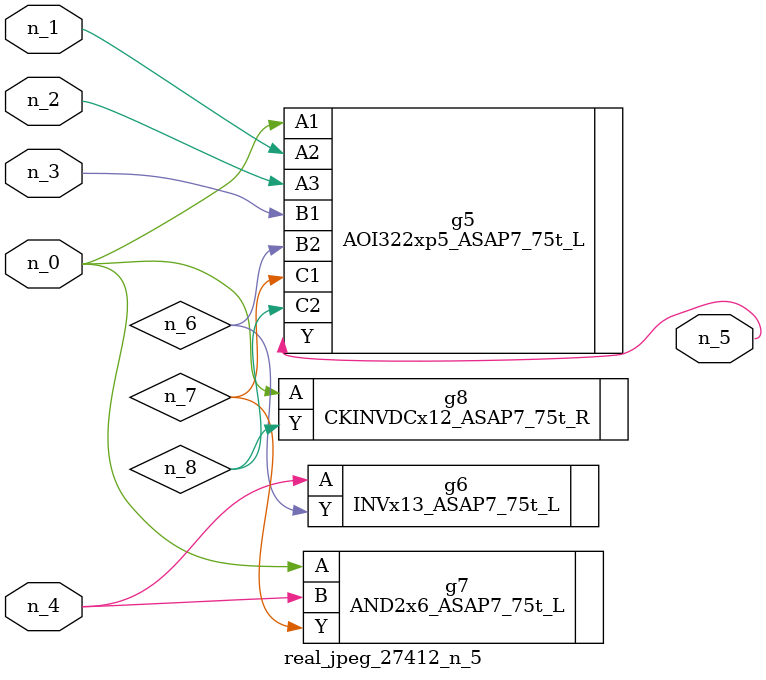
<source format=v>
module real_jpeg_27412_n_5 (n_4, n_0, n_1, n_2, n_3, n_5);

input n_4;
input n_0;
input n_1;
input n_2;
input n_3;

output n_5;

wire n_8;
wire n_6;
wire n_7;

AOI322xp5_ASAP7_75t_L g5 ( 
.A1(n_0),
.A2(n_1),
.A3(n_2),
.B1(n_3),
.B2(n_6),
.C1(n_7),
.C2(n_8),
.Y(n_5)
);

AND2x6_ASAP7_75t_L g7 ( 
.A(n_0),
.B(n_4),
.Y(n_7)
);

CKINVDCx12_ASAP7_75t_R g8 ( 
.A(n_0),
.Y(n_8)
);

INVx13_ASAP7_75t_L g6 ( 
.A(n_4),
.Y(n_6)
);


endmodule
</source>
